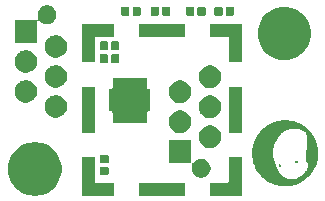
<source format=gbr>
G04 #@! TF.GenerationSoftware,KiCad,Pcbnew,5.1.5-52549c5~84~ubuntu18.04.1*
G04 #@! TF.CreationDate,2020-05-04T21:01:36+02:00*
G04 #@! TF.ProjectId,rs485_adapter,72733438-355f-4616-9461-707465722e6b,rev?*
G04 #@! TF.SameCoordinates,Original*
G04 #@! TF.FileFunction,Soldermask,Top*
G04 #@! TF.FilePolarity,Negative*
%FSLAX46Y46*%
G04 Gerber Fmt 4.6, Leading zero omitted, Abs format (unit mm)*
G04 Created by KiCad (PCBNEW 5.1.5-52549c5~84~ubuntu18.04.1) date 2020-05-04 21:01:36*
%MOMM*%
%LPD*%
G04 APERTURE LIST*
%ADD10C,0.010000*%
%ADD11C,0.100000*%
G04 APERTURE END LIST*
D10*
G36*
X142478063Y-110435438D02*
G01*
X142491140Y-110438829D01*
X142502444Y-110445958D01*
X142504788Y-110447881D01*
X142524088Y-110469718D01*
X142534015Y-110494195D01*
X142534322Y-110520104D01*
X142524837Y-110546101D01*
X142510408Y-110565195D01*
X142491933Y-110576661D01*
X142467420Y-110581546D01*
X142456624Y-110581896D01*
X142439225Y-110581283D01*
X142427551Y-110578270D01*
X142417190Y-110571094D01*
X142408299Y-110562595D01*
X142391674Y-110539705D01*
X142384332Y-110514770D01*
X142386228Y-110489542D01*
X142397315Y-110465772D01*
X142411255Y-110450287D01*
X142423109Y-110441090D01*
X142434426Y-110436369D01*
X142449526Y-110434705D01*
X142459063Y-110434576D01*
X142478063Y-110435438D01*
G37*
X142478063Y-110435438D02*
X142491140Y-110438829D01*
X142502444Y-110445958D01*
X142504788Y-110447881D01*
X142524088Y-110469718D01*
X142534015Y-110494195D01*
X142534322Y-110520104D01*
X142524837Y-110546101D01*
X142510408Y-110565195D01*
X142491933Y-110576661D01*
X142467420Y-110581546D01*
X142456624Y-110581896D01*
X142439225Y-110581283D01*
X142427551Y-110578270D01*
X142417190Y-110571094D01*
X142408299Y-110562595D01*
X142391674Y-110539705D01*
X142384332Y-110514770D01*
X142386228Y-110489542D01*
X142397315Y-110465772D01*
X142411255Y-110450287D01*
X142423109Y-110441090D01*
X142434426Y-110436369D01*
X142449526Y-110434705D01*
X142459063Y-110434576D01*
X142478063Y-110435438D01*
G36*
X141038862Y-110714262D02*
G01*
X141053950Y-110725669D01*
X141056185Y-110727946D01*
X141072393Y-110748412D01*
X141085699Y-110771524D01*
X141095791Y-110795684D01*
X141102357Y-110819296D01*
X141105087Y-110840762D01*
X141103670Y-110858486D01*
X141097793Y-110870871D01*
X141087146Y-110876319D01*
X141085136Y-110876439D01*
X141077715Y-110874026D01*
X141066214Y-110868038D01*
X141064493Y-110867007D01*
X141047495Y-110852244D01*
X141031763Y-110830737D01*
X141018313Y-110805019D01*
X141008160Y-110777625D01*
X141002317Y-110751090D01*
X141001801Y-110727949D01*
X141004399Y-110716931D01*
X141011818Y-110709410D01*
X141024062Y-110708681D01*
X141038862Y-110714262D01*
G37*
X141038862Y-110714262D02*
X141053950Y-110725669D01*
X141056185Y-110727946D01*
X141072393Y-110748412D01*
X141085699Y-110771524D01*
X141095791Y-110795684D01*
X141102357Y-110819296D01*
X141105087Y-110840762D01*
X141103670Y-110858486D01*
X141097793Y-110870871D01*
X141087146Y-110876319D01*
X141085136Y-110876439D01*
X141077715Y-110874026D01*
X141066214Y-110868038D01*
X141064493Y-110867007D01*
X141047495Y-110852244D01*
X141031763Y-110830737D01*
X141018313Y-110805019D01*
X141008160Y-110777625D01*
X141002317Y-110751090D01*
X141001801Y-110727949D01*
X141004399Y-110716931D01*
X141011818Y-110709410D01*
X141024062Y-110708681D01*
X141038862Y-110714262D01*
G36*
X141625807Y-107031994D02*
G01*
X141674699Y-107033370D01*
X141716187Y-107035563D01*
X141718644Y-107035740D01*
X141885126Y-107052953D01*
X142049252Y-107079955D01*
X142210659Y-107116572D01*
X142368985Y-107162633D01*
X142523866Y-107217964D01*
X142674941Y-107282392D01*
X142821847Y-107355746D01*
X142964220Y-107437851D01*
X143101700Y-107528535D01*
X143233922Y-107627626D01*
X143360524Y-107734950D01*
X143481144Y-107850335D01*
X143525884Y-107896842D01*
X143636784Y-108022138D01*
X143739248Y-108153016D01*
X143833162Y-108289230D01*
X143918410Y-108430533D01*
X143994881Y-108576680D01*
X144062460Y-108727427D01*
X144121033Y-108882526D01*
X144170486Y-109041732D01*
X144210706Y-109204801D01*
X144241580Y-109371485D01*
X144255423Y-109471916D01*
X144258084Y-109499950D01*
X144260452Y-109536494D01*
X144262503Y-109579901D01*
X144264214Y-109628524D01*
X144265564Y-109680715D01*
X144266527Y-109734829D01*
X144267083Y-109789217D01*
X144267206Y-109842234D01*
X144266875Y-109892233D01*
X144266067Y-109937565D01*
X144264758Y-109976586D01*
X144262925Y-110007647D01*
X144262917Y-110007745D01*
X144244821Y-110172074D01*
X144216919Y-110334283D01*
X144179420Y-110493972D01*
X144132533Y-110650741D01*
X144076464Y-110804189D01*
X144011422Y-110953916D01*
X143937616Y-111099522D01*
X143855254Y-111240607D01*
X143764543Y-111376769D01*
X143665691Y-111507609D01*
X143558908Y-111632727D01*
X143444401Y-111751721D01*
X143322378Y-111864192D01*
X143278223Y-111901701D01*
X143146735Y-112004500D01*
X143009952Y-112098706D01*
X142868216Y-112184180D01*
X142721871Y-112260780D01*
X142571259Y-112328366D01*
X142416724Y-112386798D01*
X142258609Y-112435935D01*
X142097257Y-112475636D01*
X141933011Y-112505761D01*
X141766214Y-112526170D01*
X141750616Y-112527566D01*
X141719001Y-112529757D01*
X141679669Y-112531619D01*
X141634733Y-112533127D01*
X141586305Y-112534252D01*
X141536498Y-112534970D01*
X141487425Y-112535253D01*
X141441198Y-112535076D01*
X141399930Y-112534412D01*
X141365734Y-112533235D01*
X141353090Y-112532523D01*
X141183458Y-112516378D01*
X141016774Y-112490644D01*
X140853304Y-112455435D01*
X140693312Y-112410865D01*
X140537063Y-112357048D01*
X140384823Y-112294099D01*
X140236857Y-112222132D01*
X140093429Y-112141261D01*
X139954804Y-112051601D01*
X139821248Y-111953265D01*
X139693026Y-111846367D01*
X139631665Y-111790372D01*
X139513275Y-111672203D01*
X139402875Y-111547907D01*
X139300637Y-111417846D01*
X139206734Y-111282384D01*
X139121339Y-111141882D01*
X139044625Y-110996705D01*
X138976766Y-110847216D01*
X138917933Y-110693777D01*
X138868300Y-110536752D01*
X138828040Y-110376504D01*
X138797326Y-110213396D01*
X138776331Y-110047790D01*
X138770880Y-109983504D01*
X138768631Y-109942579D01*
X138767202Y-109894120D01*
X138766554Y-109840077D01*
X138766650Y-109782401D01*
X138767241Y-109738616D01*
X140450262Y-109738616D01*
X140450483Y-109799203D01*
X140451196Y-109851591D01*
X140452550Y-109897734D01*
X140454692Y-109939585D01*
X140457772Y-109979099D01*
X140461937Y-110018231D01*
X140467335Y-110058934D01*
X140474115Y-110103163D01*
X140481079Y-110145016D01*
X140505717Y-110270103D01*
X140537568Y-110400120D01*
X140576040Y-110533491D01*
X140620542Y-110668642D01*
X140670481Y-110803996D01*
X140725265Y-110937980D01*
X140784303Y-111069019D01*
X140847001Y-111195537D01*
X140912769Y-111315959D01*
X140936534Y-111356596D01*
X140962246Y-111398486D01*
X140986788Y-111435406D01*
X141011854Y-111469499D01*
X141039135Y-111502913D01*
X141070323Y-111537791D01*
X141107110Y-111576280D01*
X141120633Y-111590004D01*
X141188935Y-111656399D01*
X141254428Y-111714675D01*
X141318576Y-111765930D01*
X141382841Y-111811263D01*
X141448688Y-111851772D01*
X141517579Y-111888556D01*
X141520021Y-111889768D01*
X141587261Y-111920967D01*
X141654919Y-111947927D01*
X141724214Y-111970910D01*
X141796368Y-111990177D01*
X141872604Y-112005989D01*
X141954142Y-112018607D01*
X142042203Y-112028291D01*
X142138010Y-112035304D01*
X142218697Y-112039079D01*
X142232864Y-112038401D01*
X142253570Y-112035941D01*
X142277438Y-112032141D01*
X142290742Y-112029631D01*
X142396522Y-112003305D01*
X142500623Y-111967060D01*
X142603136Y-111920856D01*
X142704155Y-111864652D01*
X142783111Y-111813051D01*
X142819344Y-111786779D01*
X142860252Y-111755384D01*
X142904401Y-111720100D01*
X142950360Y-111682162D01*
X142996695Y-111642803D01*
X143041973Y-111603257D01*
X143084761Y-111564759D01*
X143123626Y-111528543D01*
X143157136Y-111495842D01*
X143183753Y-111468005D01*
X143233474Y-111410907D01*
X143282422Y-111350169D01*
X143329738Y-111287108D01*
X143374564Y-111223038D01*
X143416042Y-111159275D01*
X143453312Y-111097136D01*
X143485516Y-111037936D01*
X143511795Y-110982990D01*
X143529943Y-110937496D01*
X143541562Y-110901019D01*
X143548065Y-110871256D01*
X143549687Y-110846282D01*
X143546662Y-110824174D01*
X143544625Y-110816991D01*
X143536295Y-110783519D01*
X143529570Y-110740186D01*
X143524441Y-110686918D01*
X143522953Y-110664816D01*
X143521310Y-110641621D01*
X143519487Y-110622163D01*
X143517723Y-110608690D01*
X143516444Y-110603615D01*
X143510381Y-110599427D01*
X143497857Y-110593152D01*
X143485609Y-110587830D01*
X143449587Y-110570141D01*
X143419446Y-110548447D01*
X143394451Y-110521669D01*
X143373868Y-110488732D01*
X143356963Y-110448557D01*
X143343002Y-110400069D01*
X143336127Y-110368536D01*
X143327505Y-110314320D01*
X143321268Y-110251635D01*
X143317399Y-110181883D01*
X143315884Y-110106467D01*
X143316706Y-110026789D01*
X143319850Y-109944253D01*
X143325300Y-109860260D01*
X143333040Y-109776214D01*
X143343054Y-109693517D01*
X143343787Y-109688193D01*
X143352079Y-109636957D01*
X143363247Y-109582859D01*
X143377695Y-109524217D01*
X143395832Y-109459348D01*
X143411903Y-109406230D01*
X143422397Y-109370932D01*
X143429145Y-109344559D01*
X143432252Y-109326634D01*
X143432026Y-109317330D01*
X143431388Y-109310153D01*
X143430669Y-109293675D01*
X143429886Y-109268758D01*
X143429058Y-109236262D01*
X143428203Y-109197044D01*
X143427339Y-109151967D01*
X143426483Y-109101889D01*
X143425654Y-109047671D01*
X143424870Y-108990172D01*
X143424420Y-108953756D01*
X143423495Y-108879202D01*
X143422574Y-108813772D01*
X143421605Y-108756430D01*
X143420539Y-108706138D01*
X143419324Y-108661861D01*
X143417910Y-108622564D01*
X143416247Y-108587208D01*
X143414282Y-108554758D01*
X143411966Y-108524179D01*
X143409249Y-108494433D01*
X143406078Y-108464484D01*
X143402405Y-108433297D01*
X143398177Y-108399834D01*
X143396811Y-108389331D01*
X143387846Y-108326869D01*
X143377033Y-108261518D01*
X143365059Y-108197108D01*
X143352612Y-108137467D01*
X143347597Y-108115556D01*
X143341590Y-108090076D01*
X143336255Y-108067414D01*
X143332115Y-108049801D01*
X143329696Y-108039471D01*
X143329495Y-108038609D01*
X143323910Y-108028932D01*
X143311166Y-108014476D01*
X143292455Y-107996248D01*
X143268969Y-107975256D01*
X143241901Y-107952506D01*
X143212443Y-107929007D01*
X143181787Y-107905766D01*
X143151125Y-107883790D01*
X143127296Y-107867734D01*
X143034059Y-107812897D01*
X142934762Y-107766001D01*
X142829281Y-107727001D01*
X142717495Y-107695851D01*
X142599281Y-107672509D01*
X142588816Y-107670865D01*
X142544193Y-107665330D01*
X142491942Y-107661069D01*
X142434519Y-107658125D01*
X142374380Y-107656544D01*
X142313983Y-107656372D01*
X142255785Y-107657652D01*
X142202242Y-107660430D01*
X142169716Y-107663200D01*
X142032701Y-107681212D01*
X141901285Y-107706584D01*
X141775770Y-107739199D01*
X141656461Y-107778943D01*
X141543658Y-107825698D01*
X141437666Y-107879350D01*
X141338787Y-107939783D01*
X141247324Y-108006880D01*
X141226703Y-108023801D01*
X141193514Y-108052820D01*
X141161122Y-108083764D01*
X141128031Y-108118206D01*
X141092745Y-108157714D01*
X141053768Y-108203860D01*
X141044913Y-108214616D01*
X140941302Y-108347068D01*
X140847775Y-108479523D01*
X140764254Y-108612133D01*
X140690664Y-108745052D01*
X140626929Y-108878434D01*
X140572973Y-109012434D01*
X140528720Y-109147203D01*
X140494093Y-109282897D01*
X140478735Y-109360156D01*
X140471258Y-109403300D01*
X140465183Y-109441897D01*
X140460371Y-109477788D01*
X140456683Y-109512813D01*
X140453981Y-109548813D01*
X140452126Y-109587627D01*
X140450981Y-109631098D01*
X140450405Y-109681065D01*
X140450262Y-109738616D01*
X138767241Y-109738616D01*
X138767452Y-109723040D01*
X138768922Y-109663947D01*
X138771020Y-109607071D01*
X138773710Y-109554363D01*
X138776952Y-109507773D01*
X138780710Y-109469251D01*
X138780978Y-109467016D01*
X138806452Y-109297484D01*
X138841124Y-109132262D01*
X138885025Y-108971274D01*
X138938188Y-108814448D01*
X139000645Y-108661710D01*
X139072426Y-108512986D01*
X139153565Y-108368202D01*
X139244093Y-108227284D01*
X139344042Y-108090158D01*
X139411553Y-108006054D01*
X139436650Y-107977070D01*
X139467856Y-107942900D01*
X139503650Y-107905064D01*
X139542512Y-107865083D01*
X139582919Y-107824479D01*
X139623351Y-107784774D01*
X139662286Y-107747487D01*
X139698204Y-107714141D01*
X139729582Y-107686256D01*
X139741194Y-107676413D01*
X139857522Y-107584099D01*
X139974531Y-107500411D01*
X140094382Y-107423922D01*
X140219232Y-107353206D01*
X140272336Y-107325566D01*
X140417597Y-107256853D01*
X140564849Y-107197412D01*
X140714941Y-107146986D01*
X140868720Y-107105320D01*
X141027036Y-107072159D01*
X141190738Y-107047247D01*
X141202156Y-107045838D01*
X141240070Y-107042047D01*
X141286183Y-107038769D01*
X141338544Y-107036041D01*
X141395202Y-107033902D01*
X141454208Y-107032390D01*
X141513611Y-107031542D01*
X141571461Y-107031398D01*
X141625807Y-107031994D01*
G37*
X141625807Y-107031994D02*
X141674699Y-107033370D01*
X141716187Y-107035563D01*
X141718644Y-107035740D01*
X141885126Y-107052953D01*
X142049252Y-107079955D01*
X142210659Y-107116572D01*
X142368985Y-107162633D01*
X142523866Y-107217964D01*
X142674941Y-107282392D01*
X142821847Y-107355746D01*
X142964220Y-107437851D01*
X143101700Y-107528535D01*
X143233922Y-107627626D01*
X143360524Y-107734950D01*
X143481144Y-107850335D01*
X143525884Y-107896842D01*
X143636784Y-108022138D01*
X143739248Y-108153016D01*
X143833162Y-108289230D01*
X143918410Y-108430533D01*
X143994881Y-108576680D01*
X144062460Y-108727427D01*
X144121033Y-108882526D01*
X144170486Y-109041732D01*
X144210706Y-109204801D01*
X144241580Y-109371485D01*
X144255423Y-109471916D01*
X144258084Y-109499950D01*
X144260452Y-109536494D01*
X144262503Y-109579901D01*
X144264214Y-109628524D01*
X144265564Y-109680715D01*
X144266527Y-109734829D01*
X144267083Y-109789217D01*
X144267206Y-109842234D01*
X144266875Y-109892233D01*
X144266067Y-109937565D01*
X144264758Y-109976586D01*
X144262925Y-110007647D01*
X144262917Y-110007745D01*
X144244821Y-110172074D01*
X144216919Y-110334283D01*
X144179420Y-110493972D01*
X144132533Y-110650741D01*
X144076464Y-110804189D01*
X144011422Y-110953916D01*
X143937616Y-111099522D01*
X143855254Y-111240607D01*
X143764543Y-111376769D01*
X143665691Y-111507609D01*
X143558908Y-111632727D01*
X143444401Y-111751721D01*
X143322378Y-111864192D01*
X143278223Y-111901701D01*
X143146735Y-112004500D01*
X143009952Y-112098706D01*
X142868216Y-112184180D01*
X142721871Y-112260780D01*
X142571259Y-112328366D01*
X142416724Y-112386798D01*
X142258609Y-112435935D01*
X142097257Y-112475636D01*
X141933011Y-112505761D01*
X141766214Y-112526170D01*
X141750616Y-112527566D01*
X141719001Y-112529757D01*
X141679669Y-112531619D01*
X141634733Y-112533127D01*
X141586305Y-112534252D01*
X141536498Y-112534970D01*
X141487425Y-112535253D01*
X141441198Y-112535076D01*
X141399930Y-112534412D01*
X141365734Y-112533235D01*
X141353090Y-112532523D01*
X141183458Y-112516378D01*
X141016774Y-112490644D01*
X140853304Y-112455435D01*
X140693312Y-112410865D01*
X140537063Y-112357048D01*
X140384823Y-112294099D01*
X140236857Y-112222132D01*
X140093429Y-112141261D01*
X139954804Y-112051601D01*
X139821248Y-111953265D01*
X139693026Y-111846367D01*
X139631665Y-111790372D01*
X139513275Y-111672203D01*
X139402875Y-111547907D01*
X139300637Y-111417846D01*
X139206734Y-111282384D01*
X139121339Y-111141882D01*
X139044625Y-110996705D01*
X138976766Y-110847216D01*
X138917933Y-110693777D01*
X138868300Y-110536752D01*
X138828040Y-110376504D01*
X138797326Y-110213396D01*
X138776331Y-110047790D01*
X138770880Y-109983504D01*
X138768631Y-109942579D01*
X138767202Y-109894120D01*
X138766554Y-109840077D01*
X138766650Y-109782401D01*
X138767241Y-109738616D01*
X140450262Y-109738616D01*
X140450483Y-109799203D01*
X140451196Y-109851591D01*
X140452550Y-109897734D01*
X140454692Y-109939585D01*
X140457772Y-109979099D01*
X140461937Y-110018231D01*
X140467335Y-110058934D01*
X140474115Y-110103163D01*
X140481079Y-110145016D01*
X140505717Y-110270103D01*
X140537568Y-110400120D01*
X140576040Y-110533491D01*
X140620542Y-110668642D01*
X140670481Y-110803996D01*
X140725265Y-110937980D01*
X140784303Y-111069019D01*
X140847001Y-111195537D01*
X140912769Y-111315959D01*
X140936534Y-111356596D01*
X140962246Y-111398486D01*
X140986788Y-111435406D01*
X141011854Y-111469499D01*
X141039135Y-111502913D01*
X141070323Y-111537791D01*
X141107110Y-111576280D01*
X141120633Y-111590004D01*
X141188935Y-111656399D01*
X141254428Y-111714675D01*
X141318576Y-111765930D01*
X141382841Y-111811263D01*
X141448688Y-111851772D01*
X141517579Y-111888556D01*
X141520021Y-111889768D01*
X141587261Y-111920967D01*
X141654919Y-111947927D01*
X141724214Y-111970910D01*
X141796368Y-111990177D01*
X141872604Y-112005989D01*
X141954142Y-112018607D01*
X142042203Y-112028291D01*
X142138010Y-112035304D01*
X142218697Y-112039079D01*
X142232864Y-112038401D01*
X142253570Y-112035941D01*
X142277438Y-112032141D01*
X142290742Y-112029631D01*
X142396522Y-112003305D01*
X142500623Y-111967060D01*
X142603136Y-111920856D01*
X142704155Y-111864652D01*
X142783111Y-111813051D01*
X142819344Y-111786779D01*
X142860252Y-111755384D01*
X142904401Y-111720100D01*
X142950360Y-111682162D01*
X142996695Y-111642803D01*
X143041973Y-111603257D01*
X143084761Y-111564759D01*
X143123626Y-111528543D01*
X143157136Y-111495842D01*
X143183753Y-111468005D01*
X143233474Y-111410907D01*
X143282422Y-111350169D01*
X143329738Y-111287108D01*
X143374564Y-111223038D01*
X143416042Y-111159275D01*
X143453312Y-111097136D01*
X143485516Y-111037936D01*
X143511795Y-110982990D01*
X143529943Y-110937496D01*
X143541562Y-110901019D01*
X143548065Y-110871256D01*
X143549687Y-110846282D01*
X143546662Y-110824174D01*
X143544625Y-110816991D01*
X143536295Y-110783519D01*
X143529570Y-110740186D01*
X143524441Y-110686918D01*
X143522953Y-110664816D01*
X143521310Y-110641621D01*
X143519487Y-110622163D01*
X143517723Y-110608690D01*
X143516444Y-110603615D01*
X143510381Y-110599427D01*
X143497857Y-110593152D01*
X143485609Y-110587830D01*
X143449587Y-110570141D01*
X143419446Y-110548447D01*
X143394451Y-110521669D01*
X143373868Y-110488732D01*
X143356963Y-110448557D01*
X143343002Y-110400069D01*
X143336127Y-110368536D01*
X143327505Y-110314320D01*
X143321268Y-110251635D01*
X143317399Y-110181883D01*
X143315884Y-110106467D01*
X143316706Y-110026789D01*
X143319850Y-109944253D01*
X143325300Y-109860260D01*
X143333040Y-109776214D01*
X143343054Y-109693517D01*
X143343787Y-109688193D01*
X143352079Y-109636957D01*
X143363247Y-109582859D01*
X143377695Y-109524217D01*
X143395832Y-109459348D01*
X143411903Y-109406230D01*
X143422397Y-109370932D01*
X143429145Y-109344559D01*
X143432252Y-109326634D01*
X143432026Y-109317330D01*
X143431388Y-109310153D01*
X143430669Y-109293675D01*
X143429886Y-109268758D01*
X143429058Y-109236262D01*
X143428203Y-109197044D01*
X143427339Y-109151967D01*
X143426483Y-109101889D01*
X143425654Y-109047671D01*
X143424870Y-108990172D01*
X143424420Y-108953756D01*
X143423495Y-108879202D01*
X143422574Y-108813772D01*
X143421605Y-108756430D01*
X143420539Y-108706138D01*
X143419324Y-108661861D01*
X143417910Y-108622564D01*
X143416247Y-108587208D01*
X143414282Y-108554758D01*
X143411966Y-108524179D01*
X143409249Y-108494433D01*
X143406078Y-108464484D01*
X143402405Y-108433297D01*
X143398177Y-108399834D01*
X143396811Y-108389331D01*
X143387846Y-108326869D01*
X143377033Y-108261518D01*
X143365059Y-108197108D01*
X143352612Y-108137467D01*
X143347597Y-108115556D01*
X143341590Y-108090076D01*
X143336255Y-108067414D01*
X143332115Y-108049801D01*
X143329696Y-108039471D01*
X143329495Y-108038609D01*
X143323910Y-108028932D01*
X143311166Y-108014476D01*
X143292455Y-107996248D01*
X143268969Y-107975256D01*
X143241901Y-107952506D01*
X143212443Y-107929007D01*
X143181787Y-107905766D01*
X143151125Y-107883790D01*
X143127296Y-107867734D01*
X143034059Y-107812897D01*
X142934762Y-107766001D01*
X142829281Y-107727001D01*
X142717495Y-107695851D01*
X142599281Y-107672509D01*
X142588816Y-107670865D01*
X142544193Y-107665330D01*
X142491942Y-107661069D01*
X142434519Y-107658125D01*
X142374380Y-107656544D01*
X142313983Y-107656372D01*
X142255785Y-107657652D01*
X142202242Y-107660430D01*
X142169716Y-107663200D01*
X142032701Y-107681212D01*
X141901285Y-107706584D01*
X141775770Y-107739199D01*
X141656461Y-107778943D01*
X141543658Y-107825698D01*
X141437666Y-107879350D01*
X141338787Y-107939783D01*
X141247324Y-108006880D01*
X141226703Y-108023801D01*
X141193514Y-108052820D01*
X141161122Y-108083764D01*
X141128031Y-108118206D01*
X141092745Y-108157714D01*
X141053768Y-108203860D01*
X141044913Y-108214616D01*
X140941302Y-108347068D01*
X140847775Y-108479523D01*
X140764254Y-108612133D01*
X140690664Y-108745052D01*
X140626929Y-108878434D01*
X140572973Y-109012434D01*
X140528720Y-109147203D01*
X140494093Y-109282897D01*
X140478735Y-109360156D01*
X140471258Y-109403300D01*
X140465183Y-109441897D01*
X140460371Y-109477788D01*
X140456683Y-109512813D01*
X140453981Y-109548813D01*
X140452126Y-109587627D01*
X140450981Y-109631098D01*
X140450405Y-109681065D01*
X140450262Y-109738616D01*
X138767241Y-109738616D01*
X138767452Y-109723040D01*
X138768922Y-109663947D01*
X138771020Y-109607071D01*
X138773710Y-109554363D01*
X138776952Y-109507773D01*
X138780710Y-109469251D01*
X138780978Y-109467016D01*
X138806452Y-109297484D01*
X138841124Y-109132262D01*
X138885025Y-108971274D01*
X138938188Y-108814448D01*
X139000645Y-108661710D01*
X139072426Y-108512986D01*
X139153565Y-108368202D01*
X139244093Y-108227284D01*
X139344042Y-108090158D01*
X139411553Y-108006054D01*
X139436650Y-107977070D01*
X139467856Y-107942900D01*
X139503650Y-107905064D01*
X139542512Y-107865083D01*
X139582919Y-107824479D01*
X139623351Y-107784774D01*
X139662286Y-107747487D01*
X139698204Y-107714141D01*
X139729582Y-107686256D01*
X139741194Y-107676413D01*
X139857522Y-107584099D01*
X139974531Y-107500411D01*
X140094382Y-107423922D01*
X140219232Y-107353206D01*
X140272336Y-107325566D01*
X140417597Y-107256853D01*
X140564849Y-107197412D01*
X140714941Y-107146986D01*
X140868720Y-107105320D01*
X141027036Y-107072159D01*
X141190738Y-107047247D01*
X141202156Y-107045838D01*
X141240070Y-107042047D01*
X141286183Y-107038769D01*
X141338544Y-107036041D01*
X141395202Y-107033902D01*
X141454208Y-107032390D01*
X141513611Y-107031542D01*
X141571461Y-107031398D01*
X141625807Y-107031994D01*
D11*
G36*
X137926001Y-113406001D02*
G01*
X135174001Y-113406001D01*
X135174001Y-112304001D01*
X136699002Y-112304001D01*
X136723388Y-112301599D01*
X136746837Y-112294486D01*
X136768448Y-112282935D01*
X136787390Y-112267390D01*
X136802935Y-112248448D01*
X136814486Y-112226837D01*
X136821599Y-112203388D01*
X136824001Y-112179002D01*
X136824001Y-110174001D01*
X137926001Y-110174001D01*
X137926001Y-113406001D01*
G37*
G36*
X133076001Y-113406001D02*
G01*
X129174001Y-113406001D01*
X129174001Y-112304001D01*
X133076001Y-112304001D01*
X133076001Y-113406001D01*
G37*
G36*
X125426001Y-112179002D02*
G01*
X125428403Y-112203388D01*
X125435516Y-112226837D01*
X125447067Y-112248448D01*
X125462612Y-112267390D01*
X125481554Y-112282935D01*
X125503165Y-112294486D01*
X125526614Y-112301599D01*
X125551000Y-112304001D01*
X127076001Y-112304001D01*
X127076001Y-113406001D01*
X124324001Y-113406001D01*
X124324001Y-110174001D01*
X125426001Y-110174001D01*
X125426001Y-112179002D01*
G37*
G36*
X120650880Y-108909776D02*
G01*
X121031593Y-108985504D01*
X121441249Y-109155189D01*
X121809929Y-109401534D01*
X122123466Y-109715071D01*
X122369811Y-110083751D01*
X122539496Y-110493407D01*
X122626000Y-110928296D01*
X122626000Y-111371704D01*
X122539496Y-111806593D01*
X122369811Y-112216249D01*
X122123466Y-112584929D01*
X121809929Y-112898466D01*
X121441249Y-113144811D01*
X121031593Y-113314496D01*
X120650880Y-113390224D01*
X120596705Y-113401000D01*
X120153295Y-113401000D01*
X120099120Y-113390224D01*
X119718407Y-113314496D01*
X119308751Y-113144811D01*
X118940071Y-112898466D01*
X118626534Y-112584929D01*
X118380189Y-112216249D01*
X118210504Y-111806593D01*
X118124000Y-111371704D01*
X118124000Y-110928296D01*
X118210504Y-110493407D01*
X118380189Y-110083751D01*
X118626534Y-109715071D01*
X118940071Y-109401534D01*
X119308751Y-109155189D01*
X119718407Y-108985504D01*
X120099120Y-108909776D01*
X120153295Y-108899000D01*
X120596705Y-108899000D01*
X120650880Y-108909776D01*
G37*
G36*
X133591000Y-110506700D02*
G01*
X133593402Y-110531086D01*
X133600515Y-110554535D01*
X133612066Y-110576146D01*
X133627611Y-110595088D01*
X133646553Y-110610633D01*
X133668164Y-110622184D01*
X133691613Y-110629297D01*
X133715999Y-110631699D01*
X133740385Y-110629297D01*
X133763834Y-110622184D01*
X133785445Y-110610633D01*
X133804387Y-110595088D01*
X133815049Y-110582096D01*
X133817783Y-110579362D01*
X133817784Y-110579360D01*
X133929360Y-110467784D01*
X134060561Y-110380119D01*
X134060562Y-110380118D01*
X134206343Y-110319733D01*
X134361102Y-110288950D01*
X134518898Y-110288950D01*
X134673657Y-110319733D01*
X134819438Y-110380118D01*
X134819439Y-110380119D01*
X134950640Y-110467784D01*
X135062216Y-110579360D01*
X135103402Y-110641000D01*
X135149882Y-110710562D01*
X135210267Y-110856343D01*
X135241050Y-111011102D01*
X135241050Y-111168898D01*
X135210267Y-111323657D01*
X135149882Y-111469438D01*
X135149881Y-111469439D01*
X135062216Y-111600640D01*
X134950640Y-111712216D01*
X134884594Y-111756346D01*
X134819438Y-111799882D01*
X134673657Y-111860267D01*
X134518898Y-111891050D01*
X134361102Y-111891050D01*
X134206343Y-111860267D01*
X134060562Y-111799882D01*
X133995406Y-111756346D01*
X133929360Y-111712216D01*
X133817784Y-111600640D01*
X133730119Y-111469439D01*
X133730118Y-111469438D01*
X133669733Y-111323657D01*
X133638950Y-111168898D01*
X133638950Y-111011102D01*
X133669733Y-110856345D01*
X133687341Y-110813835D01*
X133694454Y-110790386D01*
X133696856Y-110766000D01*
X133694454Y-110741614D01*
X133687341Y-110718165D01*
X133675790Y-110696554D01*
X133660245Y-110677612D01*
X133641303Y-110662067D01*
X133619693Y-110650515D01*
X133596244Y-110643402D01*
X133571857Y-110641000D01*
X131689000Y-110641000D01*
X131689000Y-108739000D01*
X133591000Y-108739000D01*
X133591000Y-110506700D01*
G37*
G36*
X126521938Y-110961716D02*
G01*
X126542557Y-110967971D01*
X126561553Y-110978124D01*
X126578208Y-110991792D01*
X126591876Y-111008447D01*
X126602029Y-111027443D01*
X126608284Y-111048062D01*
X126611000Y-111075640D01*
X126611000Y-111534360D01*
X126608284Y-111561938D01*
X126602029Y-111582557D01*
X126591876Y-111601553D01*
X126578208Y-111618208D01*
X126561553Y-111631876D01*
X126542557Y-111642029D01*
X126521938Y-111648284D01*
X126494360Y-111651000D01*
X125985640Y-111651000D01*
X125958062Y-111648284D01*
X125937443Y-111642029D01*
X125918447Y-111631876D01*
X125901792Y-111618208D01*
X125888124Y-111601553D01*
X125877971Y-111582557D01*
X125871716Y-111561938D01*
X125869000Y-111534360D01*
X125869000Y-111075640D01*
X125871716Y-111048062D01*
X125877971Y-111027443D01*
X125888124Y-111008447D01*
X125901792Y-110991792D01*
X125918447Y-110978124D01*
X125937443Y-110967971D01*
X125958062Y-110961716D01*
X125985640Y-110959000D01*
X126494360Y-110959000D01*
X126521938Y-110961716D01*
G37*
G36*
X126521938Y-109991716D02*
G01*
X126542557Y-109997971D01*
X126561553Y-110008124D01*
X126578208Y-110021792D01*
X126591876Y-110038447D01*
X126602029Y-110057443D01*
X126608284Y-110078062D01*
X126611000Y-110105640D01*
X126611000Y-110564360D01*
X126608284Y-110591938D01*
X126602029Y-110612557D01*
X126591876Y-110631553D01*
X126578208Y-110648208D01*
X126561553Y-110661876D01*
X126542557Y-110672029D01*
X126521938Y-110678284D01*
X126494360Y-110681000D01*
X125985640Y-110681000D01*
X125958062Y-110678284D01*
X125937443Y-110672029D01*
X125918447Y-110661876D01*
X125901792Y-110648208D01*
X125888124Y-110631553D01*
X125877971Y-110612557D01*
X125871716Y-110591938D01*
X125869000Y-110564360D01*
X125869000Y-110105640D01*
X125871716Y-110078062D01*
X125877971Y-110057443D01*
X125888124Y-110038447D01*
X125901792Y-110021792D01*
X125918447Y-110008124D01*
X125937443Y-109997971D01*
X125958062Y-109991716D01*
X125985640Y-109989000D01*
X126494360Y-109989000D01*
X126521938Y-109991716D01*
G37*
G36*
X135457395Y-107505546D02*
G01*
X135630466Y-107577234D01*
X135707818Y-107628919D01*
X135786227Y-107681310D01*
X135918690Y-107813773D01*
X135918691Y-107813775D01*
X136022766Y-107969534D01*
X136094454Y-108142605D01*
X136131000Y-108326333D01*
X136131000Y-108513667D01*
X136094454Y-108697395D01*
X136022766Y-108870466D01*
X136022765Y-108870467D01*
X135918690Y-109026227D01*
X135786227Y-109158690D01*
X135707818Y-109211081D01*
X135630466Y-109262766D01*
X135457395Y-109334454D01*
X135273667Y-109371000D01*
X135086333Y-109371000D01*
X134902605Y-109334454D01*
X134729534Y-109262766D01*
X134652182Y-109211081D01*
X134573773Y-109158690D01*
X134441310Y-109026227D01*
X134337235Y-108870467D01*
X134337234Y-108870466D01*
X134265546Y-108697395D01*
X134229000Y-108513667D01*
X134229000Y-108326333D01*
X134265546Y-108142605D01*
X134337234Y-107969534D01*
X134441309Y-107813775D01*
X134441310Y-107813773D01*
X134573773Y-107681310D01*
X134652182Y-107628919D01*
X134729534Y-107577234D01*
X134902605Y-107505546D01*
X135086333Y-107469000D01*
X135273667Y-107469000D01*
X135457395Y-107505546D01*
G37*
G36*
X132917395Y-106235546D02*
G01*
X133090466Y-106307234D01*
X133154266Y-106349864D01*
X133246227Y-106411310D01*
X133378690Y-106543773D01*
X133378691Y-106543775D01*
X133482766Y-106699534D01*
X133554454Y-106872605D01*
X133591000Y-107056333D01*
X133591000Y-107243667D01*
X133554454Y-107427395D01*
X133482766Y-107600466D01*
X133482765Y-107600467D01*
X133378690Y-107756227D01*
X133246227Y-107888690D01*
X133167818Y-107941081D01*
X133090466Y-107992766D01*
X132917395Y-108064454D01*
X132733667Y-108101000D01*
X132546333Y-108101000D01*
X132362605Y-108064454D01*
X132189534Y-107992766D01*
X132112182Y-107941081D01*
X132033773Y-107888690D01*
X131901310Y-107756227D01*
X131797235Y-107600467D01*
X131797234Y-107600466D01*
X131725546Y-107427395D01*
X131689000Y-107243667D01*
X131689000Y-107056333D01*
X131725546Y-106872605D01*
X131797234Y-106699534D01*
X131901309Y-106543775D01*
X131901310Y-106543773D01*
X132033773Y-106411310D01*
X132125734Y-106349864D01*
X132189534Y-106307234D01*
X132362605Y-106235546D01*
X132546333Y-106199000D01*
X132733667Y-106199000D01*
X132917395Y-106235546D01*
G37*
G36*
X137926001Y-108076001D02*
G01*
X136824001Y-108076001D01*
X136824001Y-104174001D01*
X137926001Y-104174001D01*
X137926001Y-108076001D01*
G37*
G36*
X125426001Y-108076001D02*
G01*
X124324001Y-108076001D01*
X124324001Y-104174001D01*
X125426001Y-104174001D01*
X125426001Y-108076001D01*
G37*
G36*
X129853400Y-104242301D02*
G01*
X129855802Y-104266687D01*
X129862915Y-104290136D01*
X129874466Y-104311747D01*
X129890011Y-104330689D01*
X129908953Y-104346234D01*
X129930564Y-104357785D01*
X129954013Y-104364898D01*
X129978399Y-104367300D01*
X130152800Y-104367300D01*
X130152800Y-106272700D01*
X129978399Y-106272700D01*
X129954013Y-106275102D01*
X129930564Y-106282215D01*
X129908953Y-106293766D01*
X129890011Y-106309311D01*
X129874466Y-106328253D01*
X129862915Y-106349864D01*
X129855802Y-106373313D01*
X129853400Y-106397699D01*
X129853400Y-107225200D01*
X126946600Y-107225200D01*
X126946600Y-106397699D01*
X126944198Y-106373313D01*
X126937085Y-106349864D01*
X126925534Y-106328253D01*
X126909989Y-106309311D01*
X126891047Y-106293766D01*
X126869436Y-106282215D01*
X126845987Y-106275102D01*
X126821601Y-106272700D01*
X126647200Y-106272700D01*
X126647200Y-104367300D01*
X126821601Y-104367300D01*
X126845987Y-104364898D01*
X126869436Y-104357785D01*
X126891047Y-104346234D01*
X126909989Y-104330689D01*
X126925534Y-104311747D01*
X126937085Y-104290136D01*
X126944198Y-104266687D01*
X126946600Y-104242301D01*
X126946600Y-103414800D01*
X129853400Y-103414800D01*
X129853400Y-104242301D01*
G37*
G36*
X135457395Y-104965546D02*
G01*
X135630466Y-105037234D01*
X135707818Y-105088919D01*
X135786227Y-105141310D01*
X135918690Y-105273773D01*
X135918691Y-105273775D01*
X136022766Y-105429534D01*
X136094454Y-105602605D01*
X136131000Y-105786333D01*
X136131000Y-105973667D01*
X136094454Y-106157395D01*
X136022766Y-106330466D01*
X135977842Y-106397699D01*
X135918690Y-106486227D01*
X135786227Y-106618690D01*
X135707818Y-106671081D01*
X135630466Y-106722766D01*
X135457395Y-106794454D01*
X135273667Y-106831000D01*
X135086333Y-106831000D01*
X134902605Y-106794454D01*
X134729534Y-106722766D01*
X134652182Y-106671081D01*
X134573773Y-106618690D01*
X134441310Y-106486227D01*
X134382158Y-106397699D01*
X134337234Y-106330466D01*
X134265546Y-106157395D01*
X134229000Y-105973667D01*
X134229000Y-105786333D01*
X134265546Y-105602605D01*
X134337234Y-105429534D01*
X134441309Y-105273775D01*
X134441310Y-105273773D01*
X134573773Y-105141310D01*
X134652182Y-105088919D01*
X134729534Y-105037234D01*
X134902605Y-104965546D01*
X135086333Y-104929000D01*
X135273667Y-104929000D01*
X135457395Y-104965546D01*
G37*
G36*
X122417395Y-104935546D02*
G01*
X122590466Y-105007234D01*
X122667818Y-105058919D01*
X122746227Y-105111310D01*
X122878690Y-105243773D01*
X122928748Y-105318690D01*
X122982766Y-105399534D01*
X123054454Y-105572605D01*
X123091000Y-105756333D01*
X123091000Y-105943667D01*
X123054454Y-106127395D01*
X122982766Y-106300466D01*
X122962720Y-106330467D01*
X122878690Y-106456227D01*
X122746227Y-106588690D01*
X122701327Y-106618691D01*
X122590466Y-106692766D01*
X122417395Y-106764454D01*
X122233667Y-106801000D01*
X122046333Y-106801000D01*
X121862605Y-106764454D01*
X121689534Y-106692766D01*
X121578673Y-106618691D01*
X121533773Y-106588690D01*
X121401310Y-106456227D01*
X121317280Y-106330467D01*
X121297234Y-106300466D01*
X121225546Y-106127395D01*
X121189000Y-105943667D01*
X121189000Y-105756333D01*
X121225546Y-105572605D01*
X121297234Y-105399534D01*
X121351252Y-105318690D01*
X121401310Y-105243773D01*
X121533773Y-105111310D01*
X121612182Y-105058919D01*
X121689534Y-105007234D01*
X121862605Y-104935546D01*
X122046333Y-104899000D01*
X122233667Y-104899000D01*
X122417395Y-104935546D01*
G37*
G36*
X132917395Y-103695546D02*
G01*
X133090466Y-103767234D01*
X133167818Y-103818919D01*
X133246227Y-103871310D01*
X133378690Y-104003773D01*
X133378691Y-104003775D01*
X133482766Y-104159534D01*
X133554454Y-104332605D01*
X133591000Y-104516333D01*
X133591000Y-104703667D01*
X133554454Y-104887395D01*
X133482766Y-105060466D01*
X133482765Y-105060467D01*
X133378690Y-105216227D01*
X133246227Y-105348690D01*
X133170135Y-105399533D01*
X133090466Y-105452766D01*
X132917395Y-105524454D01*
X132733667Y-105561000D01*
X132546333Y-105561000D01*
X132362605Y-105524454D01*
X132189534Y-105452766D01*
X132109865Y-105399533D01*
X132033773Y-105348690D01*
X131901310Y-105216227D01*
X131797235Y-105060467D01*
X131797234Y-105060466D01*
X131725546Y-104887395D01*
X131689000Y-104703667D01*
X131689000Y-104516333D01*
X131725546Y-104332605D01*
X131797234Y-104159534D01*
X131901309Y-104003775D01*
X131901310Y-104003773D01*
X132033773Y-103871310D01*
X132112182Y-103818919D01*
X132189534Y-103767234D01*
X132362605Y-103695546D01*
X132546333Y-103659000D01*
X132733667Y-103659000D01*
X132917395Y-103695546D01*
G37*
G36*
X119877395Y-103665546D02*
G01*
X120050466Y-103737234D01*
X120127818Y-103788919D01*
X120206227Y-103841310D01*
X120338690Y-103973773D01*
X120388748Y-104048690D01*
X120442766Y-104129534D01*
X120514454Y-104302605D01*
X120551000Y-104486333D01*
X120551000Y-104673667D01*
X120514454Y-104857395D01*
X120442766Y-105030466D01*
X120422720Y-105060467D01*
X120338690Y-105186227D01*
X120206227Y-105318690D01*
X120161327Y-105348691D01*
X120050466Y-105422766D01*
X119877395Y-105494454D01*
X119693667Y-105531000D01*
X119506333Y-105531000D01*
X119322605Y-105494454D01*
X119149534Y-105422766D01*
X119038673Y-105348691D01*
X118993773Y-105318690D01*
X118861310Y-105186227D01*
X118777280Y-105060467D01*
X118757234Y-105030466D01*
X118685546Y-104857395D01*
X118649000Y-104673667D01*
X118649000Y-104486333D01*
X118685546Y-104302605D01*
X118757234Y-104129534D01*
X118811252Y-104048690D01*
X118861310Y-103973773D01*
X118993773Y-103841310D01*
X119072182Y-103788919D01*
X119149534Y-103737234D01*
X119322605Y-103665546D01*
X119506333Y-103629000D01*
X119693667Y-103629000D01*
X119877395Y-103665546D01*
G37*
G36*
X135457395Y-102425546D02*
G01*
X135630466Y-102497234D01*
X135630467Y-102497235D01*
X135786227Y-102601310D01*
X135918690Y-102733773D01*
X135918691Y-102733775D01*
X136022766Y-102889534D01*
X136094454Y-103062605D01*
X136131000Y-103246333D01*
X136131000Y-103433667D01*
X136094454Y-103617395D01*
X136022766Y-103790466D01*
X136022765Y-103790467D01*
X135918690Y-103946227D01*
X135786227Y-104078690D01*
X135710135Y-104129533D01*
X135630466Y-104182766D01*
X135457395Y-104254454D01*
X135273667Y-104291000D01*
X135086333Y-104291000D01*
X134902605Y-104254454D01*
X134729534Y-104182766D01*
X134649865Y-104129533D01*
X134573773Y-104078690D01*
X134441310Y-103946227D01*
X134337235Y-103790467D01*
X134337234Y-103790466D01*
X134265546Y-103617395D01*
X134229000Y-103433667D01*
X134229000Y-103246333D01*
X134265546Y-103062605D01*
X134337234Y-102889534D01*
X134441309Y-102733775D01*
X134441310Y-102733773D01*
X134573773Y-102601310D01*
X134729533Y-102497235D01*
X134729534Y-102497234D01*
X134902605Y-102425546D01*
X135086333Y-102389000D01*
X135273667Y-102389000D01*
X135457395Y-102425546D01*
G37*
G36*
X122417395Y-102395546D02*
G01*
X122590466Y-102467234D01*
X122667818Y-102518919D01*
X122746227Y-102571310D01*
X122878690Y-102703773D01*
X122928748Y-102778690D01*
X122982766Y-102859534D01*
X123054454Y-103032605D01*
X123091000Y-103216333D01*
X123091000Y-103403667D01*
X123054454Y-103587395D01*
X122982766Y-103760466D01*
X122962720Y-103790467D01*
X122878690Y-103916227D01*
X122746227Y-104048690D01*
X122701327Y-104078691D01*
X122590466Y-104152766D01*
X122417395Y-104224454D01*
X122233667Y-104261000D01*
X122046333Y-104261000D01*
X121862605Y-104224454D01*
X121689534Y-104152766D01*
X121578673Y-104078691D01*
X121533773Y-104048690D01*
X121401310Y-103916227D01*
X121317280Y-103790467D01*
X121297234Y-103760466D01*
X121225546Y-103587395D01*
X121189000Y-103403667D01*
X121189000Y-103216333D01*
X121225546Y-103032605D01*
X121297234Y-102859534D01*
X121351252Y-102778690D01*
X121401310Y-102703773D01*
X121533773Y-102571310D01*
X121612182Y-102518919D01*
X121689534Y-102467234D01*
X121862605Y-102395546D01*
X122046333Y-102359000D01*
X122233667Y-102359000D01*
X122417395Y-102395546D01*
G37*
G36*
X119877395Y-101125546D02*
G01*
X120050466Y-101197234D01*
X120127818Y-101248919D01*
X120206227Y-101301310D01*
X120338690Y-101433773D01*
X120368540Y-101478447D01*
X120442766Y-101589534D01*
X120514454Y-101762605D01*
X120551000Y-101946333D01*
X120551000Y-102133667D01*
X120514454Y-102317395D01*
X120442766Y-102490466D01*
X120438243Y-102497235D01*
X120338690Y-102646227D01*
X120206227Y-102778690D01*
X120127818Y-102831081D01*
X120050466Y-102882766D01*
X119877395Y-102954454D01*
X119693667Y-102991000D01*
X119506333Y-102991000D01*
X119322605Y-102954454D01*
X119149534Y-102882766D01*
X119072182Y-102831081D01*
X118993773Y-102778690D01*
X118861310Y-102646227D01*
X118761757Y-102497235D01*
X118757234Y-102490466D01*
X118685546Y-102317395D01*
X118649000Y-102133667D01*
X118649000Y-101946333D01*
X118685546Y-101762605D01*
X118757234Y-101589534D01*
X118831460Y-101478447D01*
X118861310Y-101433773D01*
X118993773Y-101301310D01*
X119072182Y-101248919D01*
X119149534Y-101197234D01*
X119322605Y-101125546D01*
X119506333Y-101089000D01*
X119693667Y-101089000D01*
X119877395Y-101125546D01*
G37*
G36*
X126461938Y-101431716D02*
G01*
X126482557Y-101437971D01*
X126501553Y-101448124D01*
X126518208Y-101461792D01*
X126531876Y-101478447D01*
X126542029Y-101497443D01*
X126548284Y-101518062D01*
X126551000Y-101545640D01*
X126551000Y-102054360D01*
X126548284Y-102081938D01*
X126542029Y-102102557D01*
X126531876Y-102121553D01*
X126518208Y-102138208D01*
X126501553Y-102151876D01*
X126482557Y-102162029D01*
X126461938Y-102168284D01*
X126434360Y-102171000D01*
X125975640Y-102171000D01*
X125948062Y-102168284D01*
X125927443Y-102162029D01*
X125908447Y-102151876D01*
X125891792Y-102138208D01*
X125878124Y-102121553D01*
X125867971Y-102102557D01*
X125861716Y-102081938D01*
X125859000Y-102054360D01*
X125859000Y-101545640D01*
X125861716Y-101518062D01*
X125867971Y-101497443D01*
X125878124Y-101478447D01*
X125891792Y-101461792D01*
X125908447Y-101448124D01*
X125927443Y-101437971D01*
X125948062Y-101431716D01*
X125975640Y-101429000D01*
X126434360Y-101429000D01*
X126461938Y-101431716D01*
G37*
G36*
X127431938Y-101431716D02*
G01*
X127452557Y-101437971D01*
X127471553Y-101448124D01*
X127488208Y-101461792D01*
X127501876Y-101478447D01*
X127512029Y-101497443D01*
X127518284Y-101518062D01*
X127521000Y-101545640D01*
X127521000Y-102054360D01*
X127518284Y-102081938D01*
X127512029Y-102102557D01*
X127501876Y-102121553D01*
X127488208Y-102138208D01*
X127471553Y-102151876D01*
X127452557Y-102162029D01*
X127431938Y-102168284D01*
X127404360Y-102171000D01*
X126945640Y-102171000D01*
X126918062Y-102168284D01*
X126897443Y-102162029D01*
X126878447Y-102151876D01*
X126861792Y-102138208D01*
X126848124Y-102121553D01*
X126837971Y-102102557D01*
X126831716Y-102081938D01*
X126829000Y-102054360D01*
X126829000Y-101545640D01*
X126831716Y-101518062D01*
X126837971Y-101497443D01*
X126848124Y-101478447D01*
X126861792Y-101461792D01*
X126878447Y-101448124D01*
X126897443Y-101437971D01*
X126918062Y-101431716D01*
X126945640Y-101429000D01*
X127404360Y-101429000D01*
X127431938Y-101431716D01*
G37*
G36*
X127076001Y-99946001D02*
G01*
X125551000Y-99946001D01*
X125526614Y-99948403D01*
X125503165Y-99955516D01*
X125481554Y-99967067D01*
X125462612Y-99982612D01*
X125447067Y-100001554D01*
X125435516Y-100023165D01*
X125428403Y-100046614D01*
X125426001Y-100071000D01*
X125426001Y-102076001D01*
X124324001Y-102076001D01*
X124324001Y-98844001D01*
X127076001Y-98844001D01*
X127076001Y-99946001D01*
G37*
G36*
X137926001Y-102076001D02*
G01*
X136824001Y-102076001D01*
X136824001Y-100071000D01*
X136821599Y-100046614D01*
X136814486Y-100023165D01*
X136802935Y-100001554D01*
X136787390Y-99982612D01*
X136768448Y-99967067D01*
X136746837Y-99955516D01*
X136723388Y-99948403D01*
X136699002Y-99946001D01*
X135174001Y-99946001D01*
X135174001Y-98844001D01*
X137926001Y-98844001D01*
X137926001Y-102076001D01*
G37*
G36*
X141738552Y-97432324D02*
G01*
X142131593Y-97510504D01*
X142541249Y-97680189D01*
X142909929Y-97926534D01*
X143223466Y-98240071D01*
X143469811Y-98608751D01*
X143639496Y-99018407D01*
X143726000Y-99453296D01*
X143726000Y-99896704D01*
X143639496Y-100331593D01*
X143469811Y-100741249D01*
X143223466Y-101109929D01*
X142909929Y-101423466D01*
X142541249Y-101669811D01*
X142131593Y-101839496D01*
X141750880Y-101915224D01*
X141696705Y-101926000D01*
X141253295Y-101926000D01*
X141199120Y-101915224D01*
X140818407Y-101839496D01*
X140408751Y-101669811D01*
X140040071Y-101423466D01*
X139726534Y-101109929D01*
X139480189Y-100741249D01*
X139310504Y-100331593D01*
X139224000Y-99896704D01*
X139224000Y-99453296D01*
X139310504Y-99018407D01*
X139480189Y-98608751D01*
X139726534Y-98240071D01*
X140040071Y-97926534D01*
X140408751Y-97680189D01*
X140818407Y-97510504D01*
X141211448Y-97432324D01*
X141253295Y-97424000D01*
X141696705Y-97424000D01*
X141738552Y-97432324D01*
G37*
G36*
X122417395Y-99855546D02*
G01*
X122590466Y-99927234D01*
X122632793Y-99955516D01*
X122746227Y-100031310D01*
X122878690Y-100163773D01*
X122878691Y-100163775D01*
X122982766Y-100319534D01*
X123054454Y-100492605D01*
X123091000Y-100676333D01*
X123091000Y-100863667D01*
X123054454Y-101047395D01*
X122982766Y-101220466D01*
X122982765Y-101220467D01*
X122878690Y-101376227D01*
X122746227Y-101508690D01*
X122705660Y-101535796D01*
X122590466Y-101612766D01*
X122417395Y-101684454D01*
X122233667Y-101721000D01*
X122046333Y-101721000D01*
X121862605Y-101684454D01*
X121689534Y-101612766D01*
X121574340Y-101535796D01*
X121533773Y-101508690D01*
X121401310Y-101376227D01*
X121297235Y-101220467D01*
X121297234Y-101220466D01*
X121225546Y-101047395D01*
X121189000Y-100863667D01*
X121189000Y-100676333D01*
X121225546Y-100492605D01*
X121297234Y-100319534D01*
X121401309Y-100163775D01*
X121401310Y-100163773D01*
X121533773Y-100031310D01*
X121647207Y-99955516D01*
X121689534Y-99927234D01*
X121862605Y-99855546D01*
X122046333Y-99819000D01*
X122233667Y-99819000D01*
X122417395Y-99855546D01*
G37*
G36*
X126461938Y-100356716D02*
G01*
X126482557Y-100362971D01*
X126501553Y-100373124D01*
X126518208Y-100386792D01*
X126531876Y-100403447D01*
X126542029Y-100422443D01*
X126548284Y-100443062D01*
X126551000Y-100470640D01*
X126551000Y-100979360D01*
X126548284Y-101006938D01*
X126542029Y-101027557D01*
X126531876Y-101046553D01*
X126518208Y-101063208D01*
X126501553Y-101076876D01*
X126482557Y-101087029D01*
X126461938Y-101093284D01*
X126434360Y-101096000D01*
X125975640Y-101096000D01*
X125948062Y-101093284D01*
X125927443Y-101087029D01*
X125908447Y-101076876D01*
X125891792Y-101063208D01*
X125878124Y-101046553D01*
X125867971Y-101027557D01*
X125861716Y-101006938D01*
X125859000Y-100979360D01*
X125859000Y-100470640D01*
X125861716Y-100443062D01*
X125867971Y-100422443D01*
X125878124Y-100403447D01*
X125891792Y-100386792D01*
X125908447Y-100373124D01*
X125927443Y-100362971D01*
X125948062Y-100356716D01*
X125975640Y-100354000D01*
X126434360Y-100354000D01*
X126461938Y-100356716D01*
G37*
G36*
X127431938Y-100356716D02*
G01*
X127452557Y-100362971D01*
X127471553Y-100373124D01*
X127488208Y-100386792D01*
X127501876Y-100403447D01*
X127512029Y-100422443D01*
X127518284Y-100443062D01*
X127521000Y-100470640D01*
X127521000Y-100979360D01*
X127518284Y-101006938D01*
X127512029Y-101027557D01*
X127501876Y-101046553D01*
X127488208Y-101063208D01*
X127471553Y-101076876D01*
X127452557Y-101087029D01*
X127431938Y-101093284D01*
X127404360Y-101096000D01*
X126945640Y-101096000D01*
X126918062Y-101093284D01*
X126897443Y-101087029D01*
X126878447Y-101076876D01*
X126861792Y-101063208D01*
X126848124Y-101046553D01*
X126837971Y-101027557D01*
X126831716Y-101006938D01*
X126829000Y-100979360D01*
X126829000Y-100470640D01*
X126831716Y-100443062D01*
X126837971Y-100422443D01*
X126848124Y-100403447D01*
X126861792Y-100386792D01*
X126878447Y-100373124D01*
X126897443Y-100362971D01*
X126918062Y-100356716D01*
X126945640Y-100354000D01*
X127404360Y-100354000D01*
X127431938Y-100356716D01*
G37*
G36*
X121633657Y-97329733D02*
G01*
X121779438Y-97390118D01*
X121779439Y-97390119D01*
X121910640Y-97477784D01*
X122022216Y-97589360D01*
X122066346Y-97655406D01*
X122109882Y-97720562D01*
X122170267Y-97866343D01*
X122201050Y-98021102D01*
X122201050Y-98178898D01*
X122170267Y-98333657D01*
X122109882Y-98479438D01*
X122109881Y-98479439D01*
X122022216Y-98610640D01*
X121910640Y-98722216D01*
X121844594Y-98766346D01*
X121779438Y-98809882D01*
X121633657Y-98870267D01*
X121478898Y-98901050D01*
X121321102Y-98901050D01*
X121166343Y-98870267D01*
X121020562Y-98809882D01*
X120955406Y-98766346D01*
X120889360Y-98722216D01*
X120777784Y-98610640D01*
X120777782Y-98610637D01*
X120775048Y-98607903D01*
X120764386Y-98594912D01*
X120745444Y-98579367D01*
X120723833Y-98567816D01*
X120700384Y-98560703D01*
X120675998Y-98558301D01*
X120651612Y-98560703D01*
X120628163Y-98567816D01*
X120606553Y-98579367D01*
X120587611Y-98594913D01*
X120572066Y-98613855D01*
X120560515Y-98635466D01*
X120553402Y-98658915D01*
X120551000Y-98683300D01*
X120551000Y-100451000D01*
X118649000Y-100451000D01*
X118649000Y-98549000D01*
X120531857Y-98549000D01*
X120556243Y-98546598D01*
X120579692Y-98539485D01*
X120601303Y-98527934D01*
X120620245Y-98512389D01*
X120635790Y-98493447D01*
X120647341Y-98471836D01*
X120654454Y-98448387D01*
X120656856Y-98424001D01*
X120654454Y-98399615D01*
X120647341Y-98376165D01*
X120629733Y-98333655D01*
X120598950Y-98178898D01*
X120598950Y-98021102D01*
X120629733Y-97866343D01*
X120690118Y-97720562D01*
X120733654Y-97655406D01*
X120777784Y-97589360D01*
X120889360Y-97477784D01*
X121020561Y-97390119D01*
X121020562Y-97390118D01*
X121166343Y-97329733D01*
X121321102Y-97298950D01*
X121478898Y-97298950D01*
X121633657Y-97329733D01*
G37*
G36*
X133076001Y-99946001D02*
G01*
X129174001Y-99946001D01*
X129174001Y-98844001D01*
X133076001Y-98844001D01*
X133076001Y-99946001D01*
G37*
G36*
X129241938Y-97431716D02*
G01*
X129262557Y-97437971D01*
X129281553Y-97448124D01*
X129298208Y-97461792D01*
X129311876Y-97478447D01*
X129322029Y-97497443D01*
X129328284Y-97518062D01*
X129331000Y-97545640D01*
X129331000Y-98054360D01*
X129328284Y-98081938D01*
X129322029Y-98102557D01*
X129311876Y-98121553D01*
X129298208Y-98138208D01*
X129281553Y-98151876D01*
X129262557Y-98162029D01*
X129241938Y-98168284D01*
X129214360Y-98171000D01*
X128755640Y-98171000D01*
X128728062Y-98168284D01*
X128707443Y-98162029D01*
X128688447Y-98151876D01*
X128671792Y-98138208D01*
X128658124Y-98121553D01*
X128647971Y-98102557D01*
X128641716Y-98081938D01*
X128639000Y-98054360D01*
X128639000Y-97545640D01*
X128641716Y-97518062D01*
X128647971Y-97497443D01*
X128658124Y-97478447D01*
X128671792Y-97461792D01*
X128688447Y-97448124D01*
X128707443Y-97437971D01*
X128728062Y-97431716D01*
X128755640Y-97429000D01*
X129214360Y-97429000D01*
X129241938Y-97431716D01*
G37*
G36*
X136171938Y-97431716D02*
G01*
X136192557Y-97437971D01*
X136211553Y-97448124D01*
X136228208Y-97461792D01*
X136241876Y-97478447D01*
X136252029Y-97497443D01*
X136258284Y-97518062D01*
X136261000Y-97545640D01*
X136261000Y-98054360D01*
X136258284Y-98081938D01*
X136252029Y-98102557D01*
X136241876Y-98121553D01*
X136228208Y-98138208D01*
X136211553Y-98151876D01*
X136192557Y-98162029D01*
X136171938Y-98168284D01*
X136144360Y-98171000D01*
X135685640Y-98171000D01*
X135658062Y-98168284D01*
X135637443Y-98162029D01*
X135618447Y-98151876D01*
X135601792Y-98138208D01*
X135588124Y-98121553D01*
X135577971Y-98102557D01*
X135571716Y-98081938D01*
X135569000Y-98054360D01*
X135569000Y-97545640D01*
X135571716Y-97518062D01*
X135577971Y-97497443D01*
X135588124Y-97478447D01*
X135601792Y-97461792D01*
X135618447Y-97448124D01*
X135637443Y-97437971D01*
X135658062Y-97431716D01*
X135685640Y-97429000D01*
X136144360Y-97429000D01*
X136171938Y-97431716D01*
G37*
G36*
X130771938Y-97431716D02*
G01*
X130792557Y-97437971D01*
X130811553Y-97448124D01*
X130828208Y-97461792D01*
X130841876Y-97478447D01*
X130852029Y-97497443D01*
X130858284Y-97518062D01*
X130861000Y-97545640D01*
X130861000Y-98054360D01*
X130858284Y-98081938D01*
X130852029Y-98102557D01*
X130841876Y-98121553D01*
X130828208Y-98138208D01*
X130811553Y-98151876D01*
X130792557Y-98162029D01*
X130771938Y-98168284D01*
X130744360Y-98171000D01*
X130285640Y-98171000D01*
X130258062Y-98168284D01*
X130237443Y-98162029D01*
X130218447Y-98151876D01*
X130201792Y-98138208D01*
X130188124Y-98121553D01*
X130177971Y-98102557D01*
X130171716Y-98081938D01*
X130169000Y-98054360D01*
X130169000Y-97545640D01*
X130171716Y-97518062D01*
X130177971Y-97497443D01*
X130188124Y-97478447D01*
X130201792Y-97461792D01*
X130218447Y-97448124D01*
X130237443Y-97437971D01*
X130258062Y-97431716D01*
X130285640Y-97429000D01*
X130744360Y-97429000D01*
X130771938Y-97431716D01*
G37*
G36*
X131741938Y-97431716D02*
G01*
X131762557Y-97437971D01*
X131781553Y-97448124D01*
X131798208Y-97461792D01*
X131811876Y-97478447D01*
X131822029Y-97497443D01*
X131828284Y-97518062D01*
X131831000Y-97545640D01*
X131831000Y-98054360D01*
X131828284Y-98081938D01*
X131822029Y-98102557D01*
X131811876Y-98121553D01*
X131798208Y-98138208D01*
X131781553Y-98151876D01*
X131762557Y-98162029D01*
X131741938Y-98168284D01*
X131714360Y-98171000D01*
X131255640Y-98171000D01*
X131228062Y-98168284D01*
X131207443Y-98162029D01*
X131188447Y-98151876D01*
X131171792Y-98138208D01*
X131158124Y-98121553D01*
X131147971Y-98102557D01*
X131141716Y-98081938D01*
X131139000Y-98054360D01*
X131139000Y-97545640D01*
X131141716Y-97518062D01*
X131147971Y-97497443D01*
X131158124Y-97478447D01*
X131171792Y-97461792D01*
X131188447Y-97448124D01*
X131207443Y-97437971D01*
X131228062Y-97431716D01*
X131255640Y-97429000D01*
X131714360Y-97429000D01*
X131741938Y-97431716D01*
G37*
G36*
X134741938Y-97431716D02*
G01*
X134762557Y-97437971D01*
X134781553Y-97448124D01*
X134798208Y-97461792D01*
X134811876Y-97478447D01*
X134822029Y-97497443D01*
X134828284Y-97518062D01*
X134831000Y-97545640D01*
X134831000Y-98054360D01*
X134828284Y-98081938D01*
X134822029Y-98102557D01*
X134811876Y-98121553D01*
X134798208Y-98138208D01*
X134781553Y-98151876D01*
X134762557Y-98162029D01*
X134741938Y-98168284D01*
X134714360Y-98171000D01*
X134255640Y-98171000D01*
X134228062Y-98168284D01*
X134207443Y-98162029D01*
X134188447Y-98151876D01*
X134171792Y-98138208D01*
X134158124Y-98121553D01*
X134147971Y-98102557D01*
X134141716Y-98081938D01*
X134139000Y-98054360D01*
X134139000Y-97545640D01*
X134141716Y-97518062D01*
X134147971Y-97497443D01*
X134158124Y-97478447D01*
X134171792Y-97461792D01*
X134188447Y-97448124D01*
X134207443Y-97437971D01*
X134228062Y-97431716D01*
X134255640Y-97429000D01*
X134714360Y-97429000D01*
X134741938Y-97431716D01*
G37*
G36*
X133771938Y-97431716D02*
G01*
X133792557Y-97437971D01*
X133811553Y-97448124D01*
X133828208Y-97461792D01*
X133841876Y-97478447D01*
X133852029Y-97497443D01*
X133858284Y-97518062D01*
X133861000Y-97545640D01*
X133861000Y-98054360D01*
X133858284Y-98081938D01*
X133852029Y-98102557D01*
X133841876Y-98121553D01*
X133828208Y-98138208D01*
X133811553Y-98151876D01*
X133792557Y-98162029D01*
X133771938Y-98168284D01*
X133744360Y-98171000D01*
X133285640Y-98171000D01*
X133258062Y-98168284D01*
X133237443Y-98162029D01*
X133218447Y-98151876D01*
X133201792Y-98138208D01*
X133188124Y-98121553D01*
X133177971Y-98102557D01*
X133171716Y-98081938D01*
X133169000Y-98054360D01*
X133169000Y-97545640D01*
X133171716Y-97518062D01*
X133177971Y-97497443D01*
X133188124Y-97478447D01*
X133201792Y-97461792D01*
X133218447Y-97448124D01*
X133237443Y-97437971D01*
X133258062Y-97431716D01*
X133285640Y-97429000D01*
X133744360Y-97429000D01*
X133771938Y-97431716D01*
G37*
G36*
X128271938Y-97431716D02*
G01*
X128292557Y-97437971D01*
X128311553Y-97448124D01*
X128328208Y-97461792D01*
X128341876Y-97478447D01*
X128352029Y-97497443D01*
X128358284Y-97518062D01*
X128361000Y-97545640D01*
X128361000Y-98054360D01*
X128358284Y-98081938D01*
X128352029Y-98102557D01*
X128341876Y-98121553D01*
X128328208Y-98138208D01*
X128311553Y-98151876D01*
X128292557Y-98162029D01*
X128271938Y-98168284D01*
X128244360Y-98171000D01*
X127785640Y-98171000D01*
X127758062Y-98168284D01*
X127737443Y-98162029D01*
X127718447Y-98151876D01*
X127701792Y-98138208D01*
X127688124Y-98121553D01*
X127677971Y-98102557D01*
X127671716Y-98081938D01*
X127669000Y-98054360D01*
X127669000Y-97545640D01*
X127671716Y-97518062D01*
X127677971Y-97497443D01*
X127688124Y-97478447D01*
X127701792Y-97461792D01*
X127718447Y-97448124D01*
X127737443Y-97437971D01*
X127758062Y-97431716D01*
X127785640Y-97429000D01*
X128244360Y-97429000D01*
X128271938Y-97431716D01*
G37*
G36*
X137141938Y-97431716D02*
G01*
X137162557Y-97437971D01*
X137181553Y-97448124D01*
X137198208Y-97461792D01*
X137211876Y-97478447D01*
X137222029Y-97497443D01*
X137228284Y-97518062D01*
X137231000Y-97545640D01*
X137231000Y-98054360D01*
X137228284Y-98081938D01*
X137222029Y-98102557D01*
X137211876Y-98121553D01*
X137198208Y-98138208D01*
X137181553Y-98151876D01*
X137162557Y-98162029D01*
X137141938Y-98168284D01*
X137114360Y-98171000D01*
X136655640Y-98171000D01*
X136628062Y-98168284D01*
X136607443Y-98162029D01*
X136588447Y-98151876D01*
X136571792Y-98138208D01*
X136558124Y-98121553D01*
X136547971Y-98102557D01*
X136541716Y-98081938D01*
X136539000Y-98054360D01*
X136539000Y-97545640D01*
X136541716Y-97518062D01*
X136547971Y-97497443D01*
X136558124Y-97478447D01*
X136571792Y-97461792D01*
X136588447Y-97448124D01*
X136607443Y-97437971D01*
X136628062Y-97431716D01*
X136655640Y-97429000D01*
X137114360Y-97429000D01*
X137141938Y-97431716D01*
G37*
M02*

</source>
